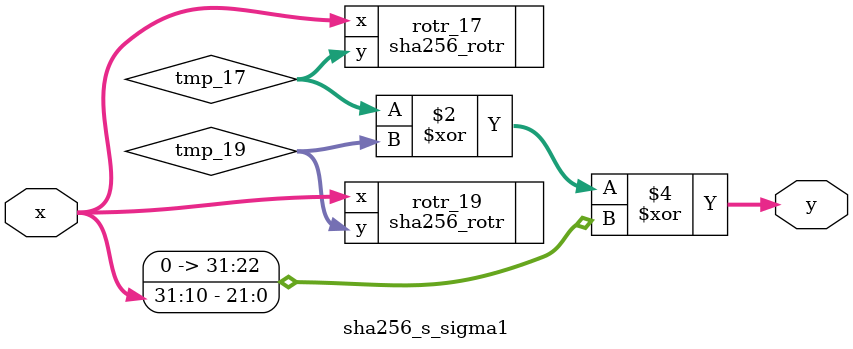
<source format=sv>
module sha256_s_sigma1(
    input   logic   [31:0]  x,
    output  logic   [31:0]  y
);
    logic   [31:0]  tmp_17;
    logic   [31:0]  tmp_19;

    sha256_rotr #(17) rotr_17 (.x(x), .y(tmp_17));
    sha256_rotr #(19) rotr_19 (.x(x), .y(tmp_19));

    always_comb begin : S_SIGMA1
        y = tmp_17 ^ tmp_19 ^ (x >> 10);
    end
endmodule

</source>
